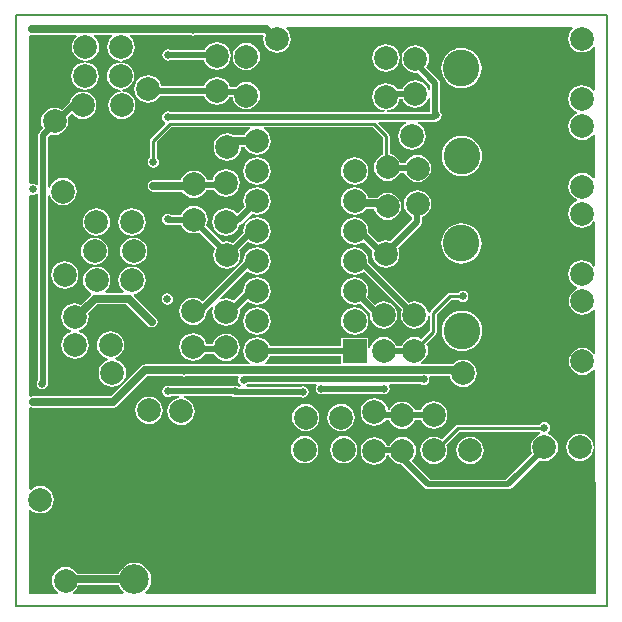
<source format=gtl>
%FSLAX25Y25*%
%MOIN*%
G70*
G01*
G75*
G04 Layer_Physical_Order=1*
G04 Layer_Color=255*
%ADD10C,0.01000*%
%ADD11C,0.02000*%
%ADD12C,0.02500*%
%ADD13C,0.00787*%
%ADD14C,0.07874*%
%ADD15R,0.07874X0.07874*%
%ADD16C,0.12205*%
%ADD17C,0.09843*%
%ADD18C,0.02500*%
G36*
X-88487Y80537D02*
X-113784D01*
X-113988Y81137D01*
X-113234Y81715D01*
X-112507Y82662D01*
X-112235Y83319D01*
X-88487D01*
Y80537D01*
D02*
G37*
G36*
X-11319Y192432D02*
X-11457Y192326D01*
X-12184Y191378D01*
X-12641Y190274D01*
X-12797Y189090D01*
X-12641Y187905D01*
X-12184Y186802D01*
X-11457Y185854D01*
X-10509Y185127D01*
X-9406Y184670D01*
X-8221Y184514D01*
X-7037Y184670D01*
X-5933Y185127D01*
X-4985Y185854D01*
X-4583Y186379D01*
X-3982Y186176D01*
X-3944Y171876D01*
X-4544Y171671D01*
X-4985Y172247D01*
X-5933Y172974D01*
X-7037Y173431D01*
X-8221Y173587D01*
X-9406Y173431D01*
X-10509Y172974D01*
X-11457Y172247D01*
X-12184Y171299D01*
X-12641Y170195D01*
X-12797Y169011D01*
X-12641Y167827D01*
X-12184Y166723D01*
X-11457Y165775D01*
X-10509Y165048D01*
X-9801Y164754D01*
Y164105D01*
X-10409Y163853D01*
X-11357Y163126D01*
X-12084Y162178D01*
X-12541Y161074D01*
X-12697Y159890D01*
X-12541Y158705D01*
X-12084Y157602D01*
X-11357Y156654D01*
X-10409Y155927D01*
X-9306Y155470D01*
X-8121Y155314D01*
X-6937Y155470D01*
X-5833Y155927D01*
X-4885Y156654D01*
X-4505Y157150D01*
X-3905Y156947D01*
X-3867Y142705D01*
X-4466Y142501D01*
X-4885Y143047D01*
X-5833Y143774D01*
X-6937Y144231D01*
X-8121Y144387D01*
X-9306Y144231D01*
X-10409Y143774D01*
X-11357Y143047D01*
X-12084Y142099D01*
X-12541Y140996D01*
X-12697Y139811D01*
X-12541Y138627D01*
X-12084Y137523D01*
X-11357Y136575D01*
X-10409Y135848D01*
X-9801Y135596D01*
Y134946D01*
X-10509Y134653D01*
X-11457Y133926D01*
X-12184Y132978D01*
X-12641Y131874D01*
X-12797Y130690D01*
X-12641Y129505D01*
X-12184Y128402D01*
X-11457Y127454D01*
X-10509Y126727D01*
X-9406Y126270D01*
X-8221Y126114D01*
X-7037Y126270D01*
X-5933Y126727D01*
X-4985Y127454D01*
X-4428Y128180D01*
X-3828Y127977D01*
X-3789Y113274D01*
X-4389Y113069D01*
X-4985Y113847D01*
X-5933Y114574D01*
X-7037Y115031D01*
X-8221Y115187D01*
X-9406Y115031D01*
X-10509Y114574D01*
X-11457Y113847D01*
X-12184Y112899D01*
X-12641Y111795D01*
X-12797Y110611D01*
X-12641Y109427D01*
X-12184Y108323D01*
X-11457Y107375D01*
X-10509Y106648D01*
X-9871Y106384D01*
Y105734D01*
X-10309Y105553D01*
X-11257Y104826D01*
X-11984Y103878D01*
X-12441Y102774D01*
X-12597Y101590D01*
X-12441Y100405D01*
X-11984Y99302D01*
X-11257Y98354D01*
X-10309Y97627D01*
X-9206Y97170D01*
X-8021Y97014D01*
X-6837Y97170D01*
X-5733Y97627D01*
X-4785Y98354D01*
X-4351Y98920D01*
X-3751Y98717D01*
X-3712Y84334D01*
X-4312Y84130D01*
X-4785Y84747D01*
X-5733Y85474D01*
X-6837Y85931D01*
X-8021Y86087D01*
X-9206Y85931D01*
X-10309Y85474D01*
X-11257Y84747D01*
X-11984Y83799D01*
X-12441Y82696D01*
X-12597Y81511D01*
X-12441Y80327D01*
X-11984Y79223D01*
X-11257Y78275D01*
X-10309Y77548D01*
X-9206Y77091D01*
X-8021Y76935D01*
X-6837Y77091D01*
X-5733Y77548D01*
X-4785Y78275D01*
X-4298Y78910D01*
X-3698Y78707D01*
X-3501Y4425D01*
X-3925Y4000D01*
X-153665D01*
X-153869Y4600D01*
X-153462Y4913D01*
X-152576Y6066D01*
X-152020Y7409D01*
X-151830Y8850D01*
X-152020Y10292D01*
X-152576Y11635D01*
X-153462Y12788D01*
X-154615Y13673D01*
X-155958Y14230D01*
X-157399Y14419D01*
X-158841Y14230D01*
X-160184Y13673D01*
X-161337Y12788D01*
X-162222Y11635D01*
X-162594Y10737D01*
X-176387D01*
X-176387Y10737D01*
X-177115Y11685D01*
X-178062Y12412D01*
X-179166Y12869D01*
X-180350Y13025D01*
X-181535Y12869D01*
X-182639Y12412D01*
X-183586Y11685D01*
X-184313Y10737D01*
X-184771Y9634D01*
X-184927Y8449D01*
X-184771Y7265D01*
X-184313Y6161D01*
X-183586Y5213D01*
X-182787Y4600D01*
X-182966Y4000D01*
X-192500D01*
Y31910D01*
X-191900Y32110D01*
X-191088Y31487D01*
X-189984Y31030D01*
X-188800Y30874D01*
X-187616Y31030D01*
X-186512Y31487D01*
X-185564Y32215D01*
X-184837Y33162D01*
X-184380Y34266D01*
X-184224Y35451D01*
X-184380Y36635D01*
X-184837Y37738D01*
X-185564Y38686D01*
X-186512Y39413D01*
X-187616Y39871D01*
X-188800Y40027D01*
X-189984Y39871D01*
X-191088Y39413D01*
X-191900Y38791D01*
X-192500Y38991D01*
Y65876D01*
X-191900Y66223D01*
X-191350Y66114D01*
X-164401D01*
X-163679Y66257D01*
X-163067Y66666D01*
X-152969Y76764D01*
X-141956D01*
X-141572Y76508D01*
X-140850Y76364D01*
X-140129Y76508D01*
X-139745Y76764D01*
X-122864D01*
X-122797Y76692D01*
X-122582Y76164D01*
X-122743Y75922D01*
X-122887Y75200D01*
X-122743Y74479D01*
X-122334Y73867D01*
X-121908Y73582D01*
X-122090Y72982D01*
X-122663D01*
X-123129Y73293D01*
X-123851Y73437D01*
X-124572Y73293D01*
X-124739Y73182D01*
X-145438D01*
X-145529Y73243D01*
X-146250Y73386D01*
X-146972Y73243D01*
X-147584Y72834D01*
X-147993Y72222D01*
X-148137Y71500D01*
X-147993Y70778D01*
X-147584Y70166D01*
X-146972Y69757D01*
X-146250Y69614D01*
X-145529Y69757D01*
X-145287Y69919D01*
X-142666D01*
X-142627Y69319D01*
X-142984Y69272D01*
X-144088Y68815D01*
X-145036Y68088D01*
X-145763Y67140D01*
X-146220Y66036D01*
X-146376Y64852D01*
X-146220Y63667D01*
X-145763Y62564D01*
X-145036Y61616D01*
X-144088Y60889D01*
X-142984Y60432D01*
X-141800Y60276D01*
X-140616Y60432D01*
X-139512Y60889D01*
X-138564Y61616D01*
X-137837Y62564D01*
X-137380Y63667D01*
X-137224Y64852D01*
X-137380Y66036D01*
X-137837Y67140D01*
X-138564Y68088D01*
X-139512Y68815D01*
X-140616Y69272D01*
X-140973Y69319D01*
X-140934Y69919D01*
X-124739D01*
X-124572Y69808D01*
X-123851Y69664D01*
X-123574Y69719D01*
X-101988D01*
X-101822Y69608D01*
X-101100Y69464D01*
X-100378Y69608D01*
X-99766Y70017D01*
X-99357Y70629D01*
X-99214Y71351D01*
X-99357Y72072D01*
X-99766Y72684D01*
X-100378Y73093D01*
X-101100Y73237D01*
X-101822Y73093D01*
X-101988Y72982D01*
X-119911D01*
X-120093Y73582D01*
X-119667Y73867D01*
X-119498Y74119D01*
X-96930D01*
X-96611Y73519D01*
X-96843Y73172D01*
X-96986Y72451D01*
X-96843Y71729D01*
X-96434Y71117D01*
X-95822Y70708D01*
X-95100Y70564D01*
X-94378Y70708D01*
X-94212Y70819D01*
X-74988D01*
X-74822Y70708D01*
X-74100Y70564D01*
X-73378Y70708D01*
X-72766Y71117D01*
X-72357Y71729D01*
X-72214Y72451D01*
X-72357Y73172D01*
X-72589Y73519D01*
X-72270Y74119D01*
X-62138D01*
X-61672Y73808D01*
X-60950Y73664D01*
X-60229Y73808D01*
X-59617Y74217D01*
X-59208Y74829D01*
X-59064Y75551D01*
X-59186Y76164D01*
X-58870Y76764D01*
X-52272D01*
X-52220Y76367D01*
X-51763Y75264D01*
X-51036Y74316D01*
X-50088Y73589D01*
X-48984Y73132D01*
X-47800Y72976D01*
X-46616Y73132D01*
X-45512Y73589D01*
X-44564Y74316D01*
X-43837Y75264D01*
X-43380Y76367D01*
X-43224Y77552D01*
X-43380Y78736D01*
X-43837Y79840D01*
X-44564Y80788D01*
X-45512Y81515D01*
X-46616Y81972D01*
X-47800Y82128D01*
X-48984Y81972D01*
X-50088Y81515D01*
X-51036Y80788D01*
X-51228Y80537D01*
X-61752D01*
X-61871Y81137D01*
X-61762Y81182D01*
X-60815Y81909D01*
X-60087Y82857D01*
X-59630Y83960D01*
X-59474Y85145D01*
X-59630Y86329D01*
X-60087Y87433D01*
X-60126Y87483D01*
X-57007Y90602D01*
X-57007Y90602D01*
X-56764Y90966D01*
X-56678Y91395D01*
Y97186D01*
X-51786Y102078D01*
X-49476D01*
X-49334Y101866D01*
X-48722Y101457D01*
X-48000Y101314D01*
X-47278Y101457D01*
X-46666Y101866D01*
X-46257Y102478D01*
X-46114Y103200D01*
X-46257Y103922D01*
X-46666Y104534D01*
X-47278Y104943D01*
X-48000Y105086D01*
X-48722Y104943D01*
X-49334Y104534D01*
X-49476Y104322D01*
X-52250D01*
X-52250Y104322D01*
X-52680Y104236D01*
X-53044Y103993D01*
X-53044Y103993D01*
X-58593Y98444D01*
X-58836Y98080D01*
X-58921Y97650D01*
X-58957Y97625D01*
X-59599Y97900D01*
X-59630Y98140D01*
X-60087Y99244D01*
X-60815Y100192D01*
X-61762Y100919D01*
X-62866Y101376D01*
X-64051Y101532D01*
X-65235Y101376D01*
X-65892Y101104D01*
X-79417Y114629D01*
X-79374Y114951D01*
X-79530Y116135D01*
X-79987Y117238D01*
X-80715Y118186D01*
X-81662Y118913D01*
X-82766Y119371D01*
X-83951Y119527D01*
X-85135Y119371D01*
X-86238Y118913D01*
X-87186Y118186D01*
X-87914Y117238D01*
X-88371Y116135D01*
X-88527Y114951D01*
X-88371Y113766D01*
X-87914Y112662D01*
X-87186Y111715D01*
X-86238Y110987D01*
X-85135Y110530D01*
X-83951Y110374D01*
X-82766Y110530D01*
X-81662Y110987D01*
X-80942Y111540D01*
X-68199Y98797D01*
X-68471Y98140D01*
X-68627Y96956D01*
X-68471Y95772D01*
X-68014Y94668D01*
X-67286Y93720D01*
X-66338Y92993D01*
X-65235Y92536D01*
X-64051Y92380D01*
X-62866Y92536D01*
X-61762Y92993D01*
X-60815Y93720D01*
X-60087Y94668D01*
X-59630Y95772D01*
X-59522Y96597D01*
X-58921Y96558D01*
Y91860D01*
X-61712Y89069D01*
X-61762Y89108D01*
X-62866Y89565D01*
X-64051Y89721D01*
X-65235Y89565D01*
X-66338Y89108D01*
X-67286Y88381D01*
X-68014Y87433D01*
X-68286Y86776D01*
X-70115D01*
X-70387Y87433D01*
X-71115Y88381D01*
X-72062Y89108D01*
X-73166Y89565D01*
X-74351Y89721D01*
X-75535Y89565D01*
X-76639Y89108D01*
X-77586Y88381D01*
X-78313Y87433D01*
X-78771Y86329D01*
X-78813Y86005D01*
X-79413Y86044D01*
Y89487D01*
X-88487D01*
Y86582D01*
X-112235D01*
X-112507Y87239D01*
X-113234Y88186D01*
X-114182Y88914D01*
X-115286Y89371D01*
X-116470Y89527D01*
X-117655Y89371D01*
X-118758Y88914D01*
X-119706Y88186D01*
X-120433Y87239D01*
X-120890Y86135D01*
X-121046Y84951D01*
X-120890Y83766D01*
X-120433Y82662D01*
X-119706Y81715D01*
X-118953Y81137D01*
X-119157Y80537D01*
X-153751D01*
X-154352Y80417D01*
X-154472Y80393D01*
X-155084Y79984D01*
X-165182Y69886D01*
X-191350D01*
X-191900Y69777D01*
X-192500Y70123D01*
Y136727D01*
X-191900Y137074D01*
X-191350Y136964D01*
X-190629Y137108D01*
X-190031Y137507D01*
X-189939Y137490D01*
X-189431Y137313D01*
Y75386D01*
X-189434Y75384D01*
X-189843Y74772D01*
X-189986Y74050D01*
X-189843Y73329D01*
X-189434Y72717D01*
X-188822Y72308D01*
X-188100Y72164D01*
X-187378Y72308D01*
X-186766Y72717D01*
X-186357Y73329D01*
X-186357Y73330D01*
X-186293Y73426D01*
X-186169Y74050D01*
Y136721D01*
X-185569Y136840D01*
X-185163Y135861D01*
X-184436Y134913D01*
X-183488Y134186D01*
X-182384Y133729D01*
X-181200Y133573D01*
X-180016Y133729D01*
X-178912Y134186D01*
X-177964Y134913D01*
X-177237Y135861D01*
X-176780Y136965D01*
X-176624Y138149D01*
X-176780Y139333D01*
X-177237Y140437D01*
X-177964Y141385D01*
X-178912Y142112D01*
X-180016Y142569D01*
X-181200Y142725D01*
X-182384Y142569D01*
X-183488Y142112D01*
X-184436Y141385D01*
X-185163Y140437D01*
X-185569Y139458D01*
X-186169Y139577D01*
Y156325D01*
X-185311Y157183D01*
X-185184Y157130D01*
X-184000Y156974D01*
X-182816Y157130D01*
X-181712Y157587D01*
X-180764Y158315D01*
X-180037Y159262D01*
X-179580Y160366D01*
X-179424Y161550D01*
X-179580Y162735D01*
X-179632Y162862D01*
X-178590Y163904D01*
X-177991Y163865D01*
X-177837Y163664D01*
X-176890Y162937D01*
X-175786Y162480D01*
X-174601Y162324D01*
X-173417Y162480D01*
X-172313Y162937D01*
X-171366Y163664D01*
X-170638Y164612D01*
X-170181Y165716D01*
X-170025Y166900D01*
X-170181Y168084D01*
X-170638Y169188D01*
X-171366Y170136D01*
X-172313Y170863D01*
X-173417Y171320D01*
X-174601Y171476D01*
X-175786Y171320D01*
X-176890Y170863D01*
X-177837Y170136D01*
X-178565Y169188D01*
X-179020Y168088D01*
X-181645Y165463D01*
X-181712Y165514D01*
X-182816Y165971D01*
X-184000Y166127D01*
X-185184Y165971D01*
X-186288Y165514D01*
X-187236Y164786D01*
X-187963Y163839D01*
X-188420Y162735D01*
X-188576Y161550D01*
X-188420Y160366D01*
X-187963Y159262D01*
X-187912Y159196D01*
X-188953Y158154D01*
X-189307Y157625D01*
X-189431Y157001D01*
Y140388D01*
X-189939Y140211D01*
X-190031Y140194D01*
X-190629Y140593D01*
X-191350Y140737D01*
X-191900Y140627D01*
X-192500Y140974D01*
Y190160D01*
X-191900Y190554D01*
X-191451Y190464D01*
X-176717D01*
X-176513Y189864D01*
X-176941Y189536D01*
X-177669Y188588D01*
X-178126Y187484D01*
X-178282Y186300D01*
X-178126Y185116D01*
X-177669Y184012D01*
X-176941Y183064D01*
X-175994Y182337D01*
X-174890Y181880D01*
X-174124Y181779D01*
X-174124D01*
X-173974Y181759D01*
Y181757D01*
Y181740D01*
Y181718D01*
Y181667D01*
X-174134Y181133D01*
D01*
Y181133D01*
X-174990Y181020D01*
X-176094Y180563D01*
X-177041Y179836D01*
X-177769Y178888D01*
X-178226Y177784D01*
X-178382Y176600D01*
X-178226Y175416D01*
X-177769Y174312D01*
X-177041Y173364D01*
X-176094Y172637D01*
X-174990Y172180D01*
X-173805Y172024D01*
X-172621Y172180D01*
X-171517Y172637D01*
X-170570Y173364D01*
X-169842Y174312D01*
X-169385Y175416D01*
X-169229Y176600D01*
X-169385Y177784D01*
X-169842Y178888D01*
X-170570Y179836D01*
X-171517Y180563D01*
X-172621Y181020D01*
X-173388Y181121D01*
X-173388D01*
X-173537Y181141D01*
Y181143D01*
Y181160D01*
Y181183D01*
Y181233D01*
X-173377Y181767D01*
D01*
Y181767D01*
X-172521Y181880D01*
X-171417Y182337D01*
X-170470Y183064D01*
X-169742Y184012D01*
X-169285Y185116D01*
X-169129Y186300D01*
X-169285Y187484D01*
X-169742Y188588D01*
X-170470Y189536D01*
X-170898Y189864D01*
X-170694Y190464D01*
X-164906D01*
X-164702Y189864D01*
X-165130Y189536D01*
X-165858Y188588D01*
X-166315Y187484D01*
X-166471Y186300D01*
X-166315Y185116D01*
X-165858Y184012D01*
X-165130Y183064D01*
X-164183Y182337D01*
X-163079Y181880D01*
X-162312Y181779D01*
X-162312D01*
X-162163Y181759D01*
Y181757D01*
Y181740D01*
Y181718D01*
Y181667D01*
X-162323Y181133D01*
D01*
Y181133D01*
X-163179Y181020D01*
X-164283Y180563D01*
X-165230Y179836D01*
X-165958Y178888D01*
X-166415Y177784D01*
X-166571Y176600D01*
X-166415Y175416D01*
X-165958Y174312D01*
X-165230Y173364D01*
X-164283Y172637D01*
X-163179Y172180D01*
X-162244Y172057D01*
Y172057D01*
X-161946Y171580D01*
X-161936Y171495D01*
X-161934Y171475D01*
X-161930Y171438D01*
X-161930Y171433D01*
X-162188Y171398D01*
X-162188D01*
X-162783Y171320D01*
X-163887Y170863D01*
X-164834Y170136D01*
X-165562Y169188D01*
X-166019Y168084D01*
X-166175Y166900D01*
X-166019Y165716D01*
X-165562Y164612D01*
X-164834Y163664D01*
X-163887Y162937D01*
X-162783Y162480D01*
X-161599Y162324D01*
X-160414Y162480D01*
X-159310Y162937D01*
X-158363Y163664D01*
X-157636Y164612D01*
X-157178Y165716D01*
X-157023Y166900D01*
X-157178Y168084D01*
X-157636Y169188D01*
X-158363Y170136D01*
X-159310Y170863D01*
X-160414Y171320D01*
X-161349Y171443D01*
Y171443D01*
X-161647Y171920D01*
X-161657Y172005D01*
X-161659Y172026D01*
X-161663Y172062D01*
X-161663Y172067D01*
X-161405Y172101D01*
X-161405D01*
X-160810Y172180D01*
X-159706Y172637D01*
X-158759Y173364D01*
X-158031Y174312D01*
X-157574Y175416D01*
X-157418Y176600D01*
X-157574Y177784D01*
X-158031Y178888D01*
X-158759Y179836D01*
X-159706Y180563D01*
X-160810Y181020D01*
X-161576Y181121D01*
X-161576D01*
X-161726Y181141D01*
Y181143D01*
Y181160D01*
Y181183D01*
Y181233D01*
X-161566Y181767D01*
D01*
Y181767D01*
X-160710Y181880D01*
X-159606Y182337D01*
X-158659Y183064D01*
X-157931Y184012D01*
X-157474Y185116D01*
X-157318Y186300D01*
X-157474Y187484D01*
X-157931Y188588D01*
X-158659Y189536D01*
X-159087Y189864D01*
X-158883Y190464D01*
X-138882D01*
X-138572Y190257D01*
X-137850Y190114D01*
X-137129Y190257D01*
X-136819Y190464D01*
X-114735D01*
X-114609Y190383D01*
X-114250Y189921D01*
X-114377Y188951D01*
X-114222Y187766D01*
X-113764Y186662D01*
X-113037Y185715D01*
X-112089Y184987D01*
X-110986Y184530D01*
X-109801Y184374D01*
X-108617Y184530D01*
X-107513Y184987D01*
X-106565Y185715D01*
X-105838Y186662D01*
X-105381Y187766D01*
X-105225Y188951D01*
X-105381Y190135D01*
X-105838Y191238D01*
X-106565Y192186D01*
X-106844Y192400D01*
X-106640Y193000D01*
X-11512D01*
X-11319Y192432D01*
D02*
G37*
G36*
X-162222Y6066D02*
X-161337Y4913D01*
X-160930Y4600D01*
X-161133Y4000D01*
X-177734D01*
X-177914Y4600D01*
X-177115Y5213D01*
X-176387Y6161D01*
X-176055Y6964D01*
X-162594D01*
X-162222Y6066D01*
D02*
G37*
%LPC*%
G36*
X-116470Y99527D02*
X-117655Y99371D01*
X-118758Y98914D01*
X-119706Y98186D01*
X-120433Y97238D01*
X-120890Y96135D01*
X-121046Y94950D01*
X-120890Y93766D01*
X-120433Y92662D01*
X-119706Y91715D01*
X-118758Y90987D01*
X-117655Y90530D01*
X-116470Y90374D01*
X-115286Y90530D01*
X-114182Y90987D01*
X-113234Y91715D01*
X-112507Y92662D01*
X-112050Y93766D01*
X-111894Y94950D01*
X-112050Y96135D01*
X-112507Y97238D01*
X-113234Y98186D01*
X-114182Y98914D01*
X-115286Y99371D01*
X-116470Y99527D01*
D02*
G37*
G36*
X-48179Y98482D02*
X-49493Y98353D01*
X-50756Y97969D01*
X-51920Y97347D01*
X-52941Y96509D01*
X-53778Y95489D01*
X-54401Y94325D01*
X-54784Y93061D01*
X-54914Y91747D01*
X-54784Y90433D01*
X-54401Y89170D01*
X-53778Y88006D01*
X-52941Y86985D01*
X-51920Y86147D01*
X-50756Y85525D01*
X-49493Y85142D01*
X-48179Y85013D01*
X-46865Y85142D01*
X-45601Y85525D01*
X-44437Y86147D01*
X-43417Y86985D01*
X-42579Y88006D01*
X-41957Y89170D01*
X-41573Y90433D01*
X-41444Y91747D01*
X-41573Y93061D01*
X-41957Y94325D01*
X-42579Y95489D01*
X-43417Y96509D01*
X-44437Y97347D01*
X-45601Y97969D01*
X-46865Y98353D01*
X-48179Y98482D01*
D02*
G37*
G36*
X-137800Y90971D02*
X-138984Y90815D01*
X-140088Y90358D01*
X-141036Y89630D01*
X-141763Y88683D01*
X-142220Y87579D01*
X-142376Y86395D01*
X-142220Y85210D01*
X-141763Y84106D01*
X-141036Y83159D01*
X-140088Y82431D01*
X-138984Y81974D01*
X-137800Y81818D01*
X-136616Y81974D01*
X-135512Y82431D01*
X-134564Y83159D01*
X-133985Y83914D01*
X-130766D01*
X-130763Y83906D01*
X-130036Y82959D01*
X-129088Y82231D01*
X-127984Y81774D01*
X-126800Y81618D01*
X-125616Y81774D01*
X-124512Y82231D01*
X-123564Y82959D01*
X-122837Y83906D01*
X-122380Y85010D01*
X-122224Y86194D01*
X-122380Y87379D01*
X-122837Y88483D01*
X-123564Y89430D01*
X-124512Y90158D01*
X-125616Y90615D01*
X-126800Y90771D01*
X-127984Y90615D01*
X-129088Y90158D01*
X-130036Y89430D01*
X-130763Y88483D01*
X-131220Y87379D01*
X-131247Y87176D01*
X-133327D01*
X-133380Y87579D01*
X-133837Y88683D01*
X-134564Y89630D01*
X-135512Y90358D01*
X-136616Y90815D01*
X-137800Y90971D01*
D02*
G37*
G36*
X-83951Y99527D02*
X-85135Y99371D01*
X-86238Y98914D01*
X-87186Y98186D01*
X-87914Y97238D01*
X-88371Y96135D01*
X-88527Y94950D01*
X-88371Y93766D01*
X-87914Y92662D01*
X-87186Y91715D01*
X-86238Y90987D01*
X-85135Y90530D01*
X-83951Y90374D01*
X-82766Y90530D01*
X-81662Y90987D01*
X-80715Y91715D01*
X-79987Y92662D01*
X-79530Y93766D01*
X-79374Y94950D01*
X-79530Y96135D01*
X-79987Y97238D01*
X-80715Y98186D01*
X-81662Y98914D01*
X-82766Y99371D01*
X-83951Y99527D01*
D02*
G37*
G36*
X-158145Y113127D02*
X-159329Y112971D01*
X-160433Y112513D01*
X-161381Y111786D01*
X-162108Y110838D01*
X-162565Y109735D01*
X-162721Y108551D01*
X-162565Y107366D01*
X-162108Y106262D01*
X-161381Y105315D01*
X-160888Y104937D01*
X-161092Y104337D01*
X-167009D01*
X-167213Y104937D01*
X-166720Y105315D01*
X-165993Y106262D01*
X-165536Y107366D01*
X-165380Y108551D01*
X-165536Y109735D01*
X-165993Y110838D01*
X-166720Y111786D01*
X-167668Y112513D01*
X-168772Y112971D01*
X-169956Y113127D01*
X-171140Y112971D01*
X-172244Y112513D01*
X-173192Y111786D01*
X-173919Y110838D01*
X-174376Y109735D01*
X-174532Y108551D01*
X-174376Y107366D01*
X-173919Y106262D01*
X-173192Y105315D01*
X-172244Y104587D01*
X-172008Y104490D01*
X-171942Y103813D01*
X-171984Y103784D01*
X-175312Y100456D01*
X-176072Y100771D01*
X-177256Y100927D01*
X-178440Y100771D01*
X-179544Y100313D01*
X-180492Y99586D01*
X-181219Y98638D01*
X-181676Y97535D01*
X-181832Y96351D01*
X-181676Y95166D01*
X-181219Y94062D01*
X-180492Y93115D01*
X-179544Y92387D01*
X-178463Y91940D01*
X-178413Y91766D01*
X-178448Y91326D01*
X-179444Y90913D01*
X-180392Y90186D01*
X-181119Y89239D01*
X-181576Y88135D01*
X-181732Y86950D01*
X-181576Y85766D01*
X-181119Y84662D01*
X-180392Y83715D01*
X-179444Y82987D01*
X-178340Y82530D01*
X-177156Y82374D01*
X-175972Y82530D01*
X-174868Y82987D01*
X-173920Y83715D01*
X-173193Y84662D01*
X-172736Y85766D01*
X-172580Y86950D01*
X-172736Y88135D01*
X-173193Y89239D01*
X-173920Y90186D01*
X-174868Y90913D01*
X-175949Y91361D01*
X-175999Y91535D01*
X-175964Y91975D01*
X-174968Y92387D01*
X-174020Y93115D01*
X-173293Y94062D01*
X-172836Y95166D01*
X-172680Y96351D01*
X-172836Y97535D01*
X-172854Y97579D01*
X-169869Y100564D01*
X-160032D01*
X-152884Y93417D01*
X-152475Y93143D01*
X-152272Y93008D01*
X-151550Y92864D01*
X-150829Y93008D01*
X-150217Y93417D01*
X-149808Y94029D01*
X-149664Y94750D01*
X-149808Y95472D01*
X-149943Y95675D01*
X-150217Y96084D01*
X-157576Y103444D01*
X-157361Y104077D01*
X-156960Y104130D01*
X-155857Y104587D01*
X-154909Y105315D01*
X-154182Y106262D01*
X-153725Y107366D01*
X-153569Y108551D01*
X-153725Y109735D01*
X-154182Y110838D01*
X-154909Y111786D01*
X-155857Y112513D01*
X-156960Y112971D01*
X-158145Y113127D01*
D02*
G37*
G36*
X-180600Y114927D02*
X-181784Y114771D01*
X-182888Y114313D01*
X-183836Y113586D01*
X-184563Y112638D01*
X-185020Y111535D01*
X-185176Y110351D01*
X-185020Y109166D01*
X-184563Y108062D01*
X-183836Y107115D01*
X-182888Y106387D01*
X-181784Y105930D01*
X-180600Y105774D01*
X-179416Y105930D01*
X-178312Y106387D01*
X-177364Y107115D01*
X-176637Y108062D01*
X-176180Y109166D01*
X-176024Y110351D01*
X-176180Y111535D01*
X-176637Y112638D01*
X-177364Y113586D01*
X-178312Y114313D01*
X-179416Y114771D01*
X-180600Y114927D01*
D02*
G37*
G36*
X-83951Y109527D02*
X-85135Y109371D01*
X-86238Y108914D01*
X-87186Y108186D01*
X-87914Y107238D01*
X-88371Y106135D01*
X-88527Y104950D01*
X-88371Y103766D01*
X-87914Y102662D01*
X-87186Y101715D01*
X-86238Y100987D01*
X-85135Y100530D01*
X-83951Y100374D01*
X-82766Y100530D01*
X-82109Y100802D01*
X-78849Y97542D01*
X-78927Y96956D01*
X-78771Y95772D01*
X-78313Y94668D01*
X-77586Y93720D01*
X-76639Y92993D01*
X-75535Y92536D01*
X-74351Y92380D01*
X-73166Y92536D01*
X-72062Y92993D01*
X-71115Y93720D01*
X-70387Y94668D01*
X-69930Y95772D01*
X-69774Y96956D01*
X-69930Y98140D01*
X-70387Y99244D01*
X-71115Y100192D01*
X-72062Y100919D01*
X-73166Y101376D01*
X-74351Y101532D01*
X-75535Y101376D01*
X-76639Y100919D01*
X-77189Y100496D01*
X-79802Y103109D01*
X-79530Y103766D01*
X-79374Y104950D01*
X-79530Y106135D01*
X-79987Y107238D01*
X-80715Y108186D01*
X-81662Y108914D01*
X-82766Y109371D01*
X-83951Y109527D01*
D02*
G37*
G36*
X-146400Y104186D02*
X-147122Y104043D01*
X-147734Y103634D01*
X-148143Y103022D01*
X-148286Y102300D01*
X-148143Y101578D01*
X-147734Y100966D01*
X-147122Y100557D01*
X-146400Y100414D01*
X-145678Y100557D01*
X-145066Y100966D01*
X-144657Y101578D01*
X-144514Y102300D01*
X-144657Y103022D01*
X-145066Y103634D01*
X-145678Y104043D01*
X-146400Y104186D01*
D02*
G37*
G36*
X-165345Y91527D02*
X-166529Y91371D01*
X-167633Y90913D01*
X-168581Y90186D01*
X-169308Y89239D01*
X-169765Y88135D01*
X-169921Y86950D01*
X-169765Y85766D01*
X-169308Y84662D01*
X-168581Y83715D01*
X-167633Y82987D01*
X-166529Y82530D01*
X-166425Y82516D01*
X-166344Y81901D01*
X-167037Y81613D01*
X-167985Y80886D01*
X-168712Y79939D01*
X-169169Y78835D01*
X-169325Y77650D01*
X-169169Y76466D01*
X-168712Y75362D01*
X-167985Y74415D01*
X-167037Y73687D01*
X-165934Y73230D01*
X-164749Y73074D01*
X-163565Y73230D01*
X-162461Y73687D01*
X-161513Y74415D01*
X-160786Y75362D01*
X-160329Y76466D01*
X-160173Y77650D01*
X-160329Y78835D01*
X-160786Y79939D01*
X-161513Y80886D01*
X-162461Y81613D01*
X-163565Y82071D01*
X-163669Y82084D01*
X-163750Y82700D01*
X-163057Y82987D01*
X-162109Y83715D01*
X-161382Y84662D01*
X-160925Y85766D01*
X-160769Y86950D01*
X-160925Y88135D01*
X-161382Y89239D01*
X-162109Y90186D01*
X-163057Y90913D01*
X-164161Y91371D01*
X-165345Y91527D01*
D02*
G37*
G36*
X-87599Y56676D02*
X-88783Y56520D01*
X-89887Y56063D01*
X-90834Y55336D01*
X-91562Y54388D01*
X-92019Y53284D01*
X-92175Y52100D01*
X-92019Y50916D01*
X-91562Y49812D01*
X-90834Y48864D01*
X-89887Y48137D01*
X-88783Y47680D01*
X-87599Y47524D01*
X-86414Y47680D01*
X-85311Y48137D01*
X-84363Y48864D01*
X-83636Y49812D01*
X-83178Y50916D01*
X-83022Y52100D01*
X-83178Y53284D01*
X-83636Y54388D01*
X-84363Y55336D01*
X-85311Y56063D01*
X-86414Y56520D01*
X-87599Y56676D01*
D02*
G37*
G36*
X-8895Y57476D02*
X-10079Y57320D01*
X-11183Y56863D01*
X-12130Y56136D01*
X-12858Y55188D01*
X-13315Y54084D01*
X-13471Y52900D01*
X-13315Y51716D01*
X-12858Y50612D01*
X-12130Y49664D01*
X-11183Y48937D01*
X-10079Y48480D01*
X-8895Y48324D01*
X-7710Y48480D01*
X-6606Y48937D01*
X-5659Y49664D01*
X-4931Y50612D01*
X-4474Y51716D01*
X-4318Y52900D01*
X-4474Y54084D01*
X-4931Y55188D01*
X-5659Y56136D01*
X-6606Y56863D01*
X-7710Y57320D01*
X-8895Y57476D01*
D02*
G37*
G36*
X-45501Y56427D02*
X-46686Y56271D01*
X-47789Y55813D01*
X-48737Y55086D01*
X-49464Y54138D01*
X-49922Y53035D01*
X-50077Y51850D01*
X-49922Y50666D01*
X-49464Y49562D01*
X-48737Y48615D01*
X-47789Y47887D01*
X-46686Y47430D01*
X-45501Y47274D01*
X-44317Y47430D01*
X-43213Y47887D01*
X-42265Y48615D01*
X-41538Y49562D01*
X-41081Y50666D01*
X-40925Y51850D01*
X-41081Y53035D01*
X-41538Y54138D01*
X-42265Y55086D01*
X-43213Y55813D01*
X-44317Y56271D01*
X-45501Y56427D01*
D02*
G37*
G36*
X-100601Y56676D02*
X-101786Y56520D01*
X-102890Y56063D01*
X-103837Y55336D01*
X-104564Y54388D01*
X-105022Y53284D01*
X-105177Y52100D01*
X-105022Y50916D01*
X-104564Y49812D01*
X-103837Y48864D01*
X-102890Y48137D01*
X-101786Y47680D01*
X-100601Y47524D01*
X-99417Y47680D01*
X-98313Y48137D01*
X-97365Y48864D01*
X-96638Y49812D01*
X-96181Y50916D01*
X-96025Y52100D01*
X-96181Y53284D01*
X-96638Y54388D01*
X-97365Y55336D01*
X-98313Y56063D01*
X-99417Y56520D01*
X-100601Y56676D01*
D02*
G37*
G36*
X-100305Y67376D02*
X-101490Y67220D01*
X-102594Y66763D01*
X-103541Y66036D01*
X-104269Y65088D01*
X-104726Y63984D01*
X-104882Y62800D01*
X-104726Y61616D01*
X-104269Y60512D01*
X-103541Y59564D01*
X-102594Y58837D01*
X-101490Y58380D01*
X-100305Y58224D01*
X-99121Y58380D01*
X-98017Y58837D01*
X-97070Y59564D01*
X-96342Y60512D01*
X-95885Y61616D01*
X-95729Y62800D01*
X-95885Y63984D01*
X-96342Y65088D01*
X-97070Y66036D01*
X-98017Y66763D01*
X-99121Y67220D01*
X-100305Y67376D01*
D02*
G37*
G36*
X-20700Y61337D02*
X-21422Y61193D01*
X-22034Y60784D01*
X-22309Y60372D01*
X-49600D01*
X-49600Y60372D01*
X-50029Y60287D01*
X-50393Y60044D01*
X-50393Y60044D01*
X-54925Y55511D01*
X-55312Y55808D01*
X-56415Y56265D01*
X-57600Y56421D01*
X-58784Y56265D01*
X-59888Y55808D01*
X-60836Y55081D01*
X-61563Y54133D01*
X-62020Y53029D01*
X-62176Y51845D01*
X-62020Y50661D01*
X-61563Y49557D01*
X-60836Y48609D01*
X-59888Y47882D01*
X-58784Y47425D01*
X-57600Y47269D01*
X-56415Y47425D01*
X-55312Y47882D01*
X-54364Y48609D01*
X-53637Y49557D01*
X-53180Y50661D01*
X-53024Y51845D01*
X-53180Y53029D01*
X-53489Y53776D01*
X-49135Y58129D01*
X-22311D01*
X-22067Y57866D01*
X-22221Y57183D01*
X-22994Y56863D01*
X-23941Y56136D01*
X-24669Y55188D01*
X-25126Y54084D01*
X-25282Y52900D01*
X-25126Y51716D01*
X-24766Y50847D01*
X-33482Y42131D01*
X-58830D01*
X-64885Y48187D01*
X-64864Y48509D01*
X-64137Y49457D01*
X-63680Y50560D01*
X-63524Y51745D01*
X-63680Y52929D01*
X-64137Y54033D01*
X-64864Y54981D01*
X-65812Y55708D01*
X-66916Y56165D01*
X-68100Y56321D01*
X-69284Y56165D01*
X-70388Y55708D01*
X-71336Y54981D01*
X-72063Y54033D01*
X-72294Y53476D01*
X-73225D01*
X-73437Y53987D01*
X-74164Y54935D01*
X-75112Y55662D01*
X-76216Y56119D01*
X-77400Y56275D01*
X-78584Y56119D01*
X-79688Y55662D01*
X-80636Y54935D01*
X-81363Y53987D01*
X-81820Y52883D01*
X-81976Y51699D01*
X-81820Y50514D01*
X-81363Y49411D01*
X-80636Y48463D01*
X-79688Y47736D01*
X-78584Y47278D01*
X-77400Y47122D01*
X-76216Y47278D01*
X-75112Y47736D01*
X-74164Y48463D01*
X-73437Y49411D01*
X-73104Y50214D01*
X-72377D01*
X-72063Y49457D01*
X-71336Y48509D01*
X-70388Y47782D01*
X-69284Y47325D01*
X-68539Y47227D01*
X-60659Y39346D01*
X-60130Y38993D01*
X-59505Y38869D01*
X-32807D01*
X-32182Y38993D01*
X-31653Y39346D01*
X-22335Y48664D01*
X-21890Y48480D01*
X-20706Y48324D01*
X-19521Y48480D01*
X-18417Y48937D01*
X-17470Y49664D01*
X-16742Y50612D01*
X-16285Y51716D01*
X-16129Y52900D01*
X-16285Y54084D01*
X-16742Y55188D01*
X-17470Y56136D01*
X-18417Y56863D01*
X-19495Y57309D01*
X-19537Y57413D01*
X-19631Y57940D01*
X-19366Y58117D01*
X-18957Y58729D01*
X-18814Y59451D01*
X-18957Y60172D01*
X-19366Y60784D01*
X-19978Y61193D01*
X-20700Y61337D01*
D02*
G37*
G36*
X-152500Y69778D02*
X-153684Y69622D01*
X-154788Y69164D01*
X-155736Y68437D01*
X-156463Y67489D01*
X-156920Y66386D01*
X-157076Y65201D01*
X-156920Y64017D01*
X-156463Y62913D01*
X-155736Y61966D01*
X-154788Y61238D01*
X-153684Y60781D01*
X-152500Y60625D01*
X-151316Y60781D01*
X-150212Y61238D01*
X-149264Y61966D01*
X-148537Y62913D01*
X-148080Y64017D01*
X-147924Y65201D01*
X-148080Y66386D01*
X-148537Y67489D01*
X-149264Y68437D01*
X-150212Y69164D01*
X-151316Y69622D01*
X-152500Y69778D01*
D02*
G37*
G36*
X-88494Y67376D02*
X-89679Y67220D01*
X-90783Y66763D01*
X-91730Y66036D01*
X-92458Y65088D01*
X-92915Y63984D01*
X-93071Y62800D01*
X-92915Y61616D01*
X-92458Y60512D01*
X-91730Y59564D01*
X-90783Y58837D01*
X-89679Y58380D01*
X-88494Y58224D01*
X-87310Y58380D01*
X-86206Y58837D01*
X-85259Y59564D01*
X-84531Y60512D01*
X-84074Y61616D01*
X-83918Y62800D01*
X-84074Y63984D01*
X-84531Y65088D01*
X-85259Y66036D01*
X-86206Y66763D01*
X-87310Y67220D01*
X-88494Y67376D01*
D02*
G37*
G36*
X-77400Y69278D02*
X-78584Y69122D01*
X-79688Y68664D01*
X-80636Y67937D01*
X-81363Y66989D01*
X-81820Y65886D01*
X-81976Y64701D01*
X-81820Y63517D01*
X-81363Y62413D01*
X-80636Y61466D01*
X-79688Y60738D01*
X-78584Y60281D01*
X-77400Y60125D01*
X-76216Y60281D01*
X-75112Y60738D01*
X-74164Y61466D01*
X-73658Y62125D01*
X-72418D01*
X-72063Y61268D01*
X-71336Y60320D01*
X-70388Y59593D01*
X-69284Y59136D01*
X-68100Y58980D01*
X-66916Y59136D01*
X-65812Y59593D01*
X-64864Y60320D01*
X-64137Y61268D01*
X-63782Y62125D01*
X-61876D01*
X-61563Y61368D01*
X-60836Y60420D01*
X-59888Y59693D01*
X-58784Y59236D01*
X-57600Y59080D01*
X-56415Y59236D01*
X-55312Y59693D01*
X-54364Y60420D01*
X-53637Y61368D01*
X-53180Y62472D01*
X-53024Y63656D01*
X-53180Y64840D01*
X-53637Y65944D01*
X-54364Y66892D01*
X-55312Y67619D01*
X-56415Y68076D01*
X-57600Y68232D01*
X-58784Y68076D01*
X-59888Y67619D01*
X-60836Y66892D01*
X-61563Y65944D01*
X-61794Y65387D01*
X-63948D01*
X-64137Y65844D01*
X-64864Y66792D01*
X-65812Y67519D01*
X-66916Y67976D01*
X-68100Y68132D01*
X-69284Y67976D01*
X-70388Y67519D01*
X-71336Y66792D01*
X-72063Y65844D01*
X-72252Y65387D01*
X-72914D01*
X-72980Y65886D01*
X-73437Y66989D01*
X-74164Y67937D01*
X-75112Y68664D01*
X-76216Y69122D01*
X-77400Y69278D01*
D02*
G37*
G36*
X-116470Y119527D02*
X-117655Y119371D01*
X-118758Y118913D01*
X-119706Y118186D01*
X-120433Y117238D01*
X-120890Y116135D01*
X-121029Y115085D01*
X-134625Y101488D01*
X-135512Y102169D01*
X-136616Y102626D01*
X-137800Y102782D01*
X-138984Y102626D01*
X-140088Y102169D01*
X-141036Y101441D01*
X-141763Y100494D01*
X-142220Y99390D01*
X-142376Y98206D01*
X-142220Y97021D01*
X-141763Y95917D01*
X-141036Y94970D01*
X-140088Y94242D01*
X-138984Y93785D01*
X-137800Y93629D01*
X-136616Y93785D01*
X-135512Y94242D01*
X-134564Y94970D01*
X-133837Y95917D01*
X-133380Y97021D01*
X-133224Y98206D01*
X-133232Y98267D01*
X-131559Y99941D01*
X-131050Y99601D01*
X-131220Y99190D01*
X-131376Y98005D01*
X-131220Y96821D01*
X-130763Y95717D01*
X-130036Y94770D01*
X-129088Y94042D01*
X-127984Y93585D01*
X-126800Y93429D01*
X-125616Y93585D01*
X-124512Y94042D01*
X-123564Y94770D01*
X-122837Y95717D01*
X-122380Y96821D01*
X-122224Y98005D01*
X-122348Y98951D01*
X-119637Y101662D01*
X-118758Y100987D01*
X-117655Y100530D01*
X-116470Y100374D01*
X-115286Y100530D01*
X-114182Y100987D01*
X-113234Y101715D01*
X-112507Y102662D01*
X-112050Y103766D01*
X-111894Y104950D01*
X-112050Y106135D01*
X-112507Y107238D01*
X-113234Y108186D01*
X-114182Y108914D01*
X-115286Y109371D01*
X-116470Y109527D01*
X-117655Y109371D01*
X-118758Y108914D01*
X-119706Y108186D01*
X-120433Y107238D01*
X-120890Y106135D01*
X-121046Y104950D01*
X-121037Y104877D01*
X-124191Y101722D01*
X-124512Y101969D01*
X-125616Y102426D01*
X-126800Y102582D01*
X-127984Y102426D01*
X-128395Y102256D01*
X-128735Y102764D01*
X-119780Y111720D01*
X-119706Y111715D01*
X-118758Y110987D01*
X-117655Y110530D01*
X-116470Y110374D01*
X-115286Y110530D01*
X-114182Y110987D01*
X-113234Y111715D01*
X-112507Y112662D01*
X-112050Y113766D01*
X-111894Y114951D01*
X-112050Y116135D01*
X-112507Y117238D01*
X-113234Y118186D01*
X-114182Y118913D01*
X-115286Y119371D01*
X-116470Y119527D01*
D02*
G37*
G36*
X-48279Y156782D02*
X-49593Y156653D01*
X-50856Y156269D01*
X-52020Y155647D01*
X-53041Y154809D01*
X-53878Y153789D01*
X-54501Y152625D01*
X-54884Y151361D01*
X-55014Y150047D01*
X-54884Y148733D01*
X-54501Y147470D01*
X-53878Y146306D01*
X-53041Y145285D01*
X-52020Y144448D01*
X-50856Y143825D01*
X-49593Y143442D01*
X-48279Y143313D01*
X-46965Y143442D01*
X-45701Y143825D01*
X-44537Y144448D01*
X-43516Y145285D01*
X-42679Y146306D01*
X-42057Y147470D01*
X-41673Y148733D01*
X-41544Y150047D01*
X-41673Y151361D01*
X-42057Y152625D01*
X-42679Y153789D01*
X-43516Y154809D01*
X-44537Y155647D01*
X-45701Y156269D01*
X-46965Y156653D01*
X-48279Y156782D01*
D02*
G37*
G36*
X-152800Y176876D02*
X-153984Y176720D01*
X-155088Y176263D01*
X-156036Y175536D01*
X-156763Y174588D01*
X-157220Y173484D01*
X-157376Y172300D01*
X-157220Y171116D01*
X-156763Y170012D01*
X-156036Y169064D01*
X-155088Y168337D01*
X-153984Y167880D01*
X-152800Y167724D01*
X-151616Y167880D01*
X-150512Y168337D01*
X-149564Y169064D01*
X-148874Y169963D01*
X-134086D01*
X-133814Y169306D01*
X-133086Y168359D01*
X-132139Y167631D01*
X-131035Y167174D01*
X-129850Y167018D01*
X-128666Y167174D01*
X-127562Y167631D01*
X-126615Y168359D01*
X-125887Y169306D01*
X-125719Y169714D01*
X-124619D01*
X-124520Y168965D01*
X-124063Y167861D01*
X-123336Y166913D01*
X-122388Y166186D01*
X-121284Y165729D01*
X-120100Y165573D01*
X-118916Y165729D01*
X-117812Y166186D01*
X-116864Y166913D01*
X-116137Y167861D01*
X-115680Y168965D01*
X-115524Y170149D01*
X-115680Y171334D01*
X-116137Y172437D01*
X-116864Y173385D01*
X-117812Y174112D01*
X-118916Y174569D01*
X-120100Y174725D01*
X-121284Y174569D01*
X-122388Y174112D01*
X-123336Y173385D01*
X-123649Y172976D01*
X-125512D01*
X-125887Y173882D01*
X-126615Y174830D01*
X-127562Y175557D01*
X-128666Y176015D01*
X-129850Y176171D01*
X-131035Y176015D01*
X-132139Y175557D01*
X-133086Y174830D01*
X-133814Y173882D01*
X-134086Y173226D01*
X-148346D01*
X-148380Y173484D01*
X-148837Y174588D01*
X-149564Y175536D01*
X-150512Y176263D01*
X-151616Y176720D01*
X-152800Y176876D01*
D02*
G37*
G36*
X-83951Y149527D02*
X-85135Y149371D01*
X-86238Y148914D01*
X-87186Y148186D01*
X-87914Y147239D01*
X-88371Y146135D01*
X-88527Y144950D01*
X-88371Y143766D01*
X-87914Y142662D01*
X-87186Y141715D01*
X-86238Y140987D01*
X-85135Y140530D01*
X-83951Y140374D01*
X-82766Y140530D01*
X-81662Y140987D01*
X-80715Y141715D01*
X-79987Y142662D01*
X-79530Y143766D01*
X-79374Y144950D01*
X-79530Y146135D01*
X-79987Y147239D01*
X-80715Y148186D01*
X-81662Y148914D01*
X-82766Y149371D01*
X-83951Y149527D01*
D02*
G37*
G36*
X-126850Y145628D02*
X-128035Y145472D01*
X-129139Y145015D01*
X-130086Y144288D01*
X-130814Y143340D01*
X-131271Y142236D01*
X-131290Y142087D01*
X-133274D01*
X-133587Y142844D01*
X-134315Y143792D01*
X-135262Y144519D01*
X-136366Y144976D01*
X-137550Y145132D01*
X-138735Y144976D01*
X-139839Y144519D01*
X-140786Y143792D01*
X-141514Y142844D01*
X-141910Y141886D01*
X-151050D01*
X-151772Y141743D01*
X-152384Y141334D01*
X-152793Y140722D01*
X-152937Y140000D01*
X-152793Y139278D01*
X-152384Y138666D01*
X-151772Y138257D01*
X-151050Y138114D01*
X-141395D01*
X-140786Y137320D01*
X-139839Y136593D01*
X-138735Y136136D01*
X-137550Y135980D01*
X-136366Y136136D01*
X-135262Y136593D01*
X-134315Y137320D01*
X-133587Y138268D01*
X-133357Y138825D01*
X-130839D01*
X-130814Y138764D01*
X-130086Y137816D01*
X-129139Y137089D01*
X-128035Y136632D01*
X-126850Y136476D01*
X-125666Y136632D01*
X-124562Y137089D01*
X-123615Y137816D01*
X-122887Y138764D01*
X-122430Y139867D01*
X-122274Y141052D01*
X-122430Y142236D01*
X-122887Y143340D01*
X-123615Y144288D01*
X-124562Y145015D01*
X-125666Y145472D01*
X-126850Y145628D01*
D02*
G37*
G36*
X-63750Y186982D02*
X-64935Y186826D01*
X-66039Y186369D01*
X-66986Y185641D01*
X-67713Y184694D01*
X-68171Y183590D01*
X-68327Y182405D01*
X-68171Y181221D01*
X-67713Y180117D01*
X-66986Y179170D01*
X-66039Y178442D01*
X-64935Y177985D01*
X-63750Y177829D01*
X-63026Y177925D01*
X-58718Y173616D01*
Y171725D01*
X-59318Y171686D01*
X-59330Y171779D01*
X-59787Y172882D01*
X-60515Y173830D01*
X-61462Y174557D01*
X-62566Y175015D01*
X-63750Y175171D01*
X-64935Y175015D01*
X-66039Y174557D01*
X-66986Y173830D01*
X-67713Y172882D01*
X-67986Y172226D01*
X-69771D01*
X-70315Y172934D01*
X-71262Y173662D01*
X-72366Y174119D01*
X-73550Y174275D01*
X-74735Y174119D01*
X-75839Y173662D01*
X-76786Y172934D01*
X-77513Y171987D01*
X-77971Y170883D01*
X-78127Y169699D01*
X-77971Y168514D01*
X-77513Y167411D01*
X-76786Y166463D01*
X-75839Y165735D01*
X-74735Y165278D01*
X-74001Y165182D01*
X-74041Y164582D01*
X-145388D01*
X-145629Y164743D01*
X-146351Y164886D01*
X-147072Y164743D01*
X-147684Y164334D01*
X-148093Y163722D01*
X-148237Y163000D01*
X-148093Y162278D01*
X-147684Y161666D01*
X-147255Y161380D01*
X-147090Y160696D01*
X-151844Y155943D01*
X-152087Y155579D01*
X-152172Y155149D01*
X-152172Y155149D01*
Y149476D01*
X-152384Y149334D01*
X-152793Y148722D01*
X-152937Y148000D01*
X-152793Y147278D01*
X-152384Y146666D01*
X-151772Y146257D01*
X-151050Y146114D01*
X-150329Y146257D01*
X-149717Y146666D01*
X-149308Y147278D01*
X-149164Y148000D01*
X-149308Y148722D01*
X-149717Y149334D01*
X-149929Y149476D01*
Y154685D01*
X-145086Y159528D01*
X-137900D01*
X-137900Y159528D01*
X-137898Y159529D01*
X-118840D01*
X-118721Y158929D01*
X-118758Y158914D01*
X-119706Y158186D01*
X-120433Y157238D01*
X-120600Y156837D01*
X-123880D01*
X-124110Y157013D01*
X-125214Y157471D01*
X-126399Y157627D01*
X-127583Y157471D01*
X-128687Y157013D01*
X-129634Y156286D01*
X-130362Y155339D01*
X-130819Y154235D01*
X-130975Y153050D01*
X-130819Y151866D01*
X-130362Y150762D01*
X-129634Y149815D01*
X-128687Y149087D01*
X-127583Y148630D01*
X-126399Y148474D01*
X-125214Y148630D01*
X-124110Y149087D01*
X-123163Y149815D01*
X-122435Y150762D01*
X-121978Y151866D01*
X-121822Y153050D01*
X-121810Y153064D01*
X-120600D01*
X-120433Y152662D01*
X-119706Y151715D01*
X-118758Y150987D01*
X-117655Y150530D01*
X-116470Y150374D01*
X-115286Y150530D01*
X-114182Y150987D01*
X-113234Y151715D01*
X-112507Y152662D01*
X-112050Y153766D01*
X-111894Y154950D01*
X-112050Y156135D01*
X-112507Y157238D01*
X-113234Y158186D01*
X-114182Y158914D01*
X-114219Y158929D01*
X-114100Y159529D01*
X-77965D01*
X-74572Y156135D01*
Y150461D01*
X-75288Y150164D01*
X-76236Y149437D01*
X-76963Y148489D01*
X-77420Y147386D01*
X-77576Y146201D01*
X-77420Y145017D01*
X-76963Y143913D01*
X-76236Y142966D01*
X-75288Y142238D01*
X-74184Y141781D01*
X-73000Y141625D01*
X-71816Y141781D01*
X-70712Y142238D01*
X-69764Y142966D01*
X-69037Y143913D01*
X-68807Y144469D01*
X-67357D01*
X-66963Y143517D01*
X-66236Y142570D01*
X-65288Y141842D01*
X-64184Y141385D01*
X-63000Y141229D01*
X-61816Y141385D01*
X-60712Y141842D01*
X-59764Y142570D01*
X-59037Y143517D01*
X-58580Y144621D01*
X-58424Y145806D01*
X-58580Y146990D01*
X-59037Y148094D01*
X-59764Y149041D01*
X-60712Y149769D01*
X-61816Y150226D01*
X-63000Y150382D01*
X-64184Y150226D01*
X-65288Y149769D01*
X-66236Y149041D01*
X-66963Y148094D01*
X-67113Y147731D01*
X-68723D01*
X-69037Y148489D01*
X-69764Y149437D01*
X-70712Y150164D01*
X-71816Y150622D01*
X-72329Y150689D01*
Y156600D01*
X-72414Y157029D01*
X-72657Y157393D01*
X-72657Y157393D01*
X-76029Y160765D01*
X-75800Y161319D01*
X-66931D01*
X-66811Y160719D01*
X-67188Y160563D01*
X-68136Y159836D01*
X-68863Y158888D01*
X-69320Y157784D01*
X-69476Y156600D01*
X-69320Y155416D01*
X-68863Y154312D01*
X-68136Y153364D01*
X-67188Y152637D01*
X-66084Y152180D01*
X-64900Y152024D01*
X-63716Y152180D01*
X-62612Y152637D01*
X-61664Y153364D01*
X-60937Y154312D01*
X-60480Y155416D01*
X-60324Y156600D01*
X-60480Y157784D01*
X-60937Y158888D01*
X-61664Y159836D01*
X-62612Y160563D01*
X-62989Y160719D01*
X-62869Y161319D01*
X-57400D01*
X-56776Y161443D01*
X-56381Y161707D01*
X-56129Y161757D01*
X-55517Y162166D01*
X-55108Y162778D01*
X-54964Y163500D01*
X-55108Y164222D01*
X-55455Y164742D01*
Y174292D01*
X-55579Y174916D01*
X-55933Y175446D01*
X-60142Y179655D01*
X-59787Y180117D01*
X-59330Y181221D01*
X-59174Y182405D01*
X-59330Y183590D01*
X-59787Y184694D01*
X-60515Y185641D01*
X-61462Y186369D01*
X-62566Y186826D01*
X-63750Y186982D01*
D02*
G37*
G36*
X-120100Y187728D02*
X-121284Y187572D01*
X-122388Y187115D01*
X-123336Y186388D01*
X-124063Y185440D01*
X-124520Y184336D01*
X-124676Y183152D01*
X-124520Y181967D01*
X-124063Y180864D01*
X-123336Y179916D01*
X-122388Y179189D01*
X-121284Y178732D01*
X-120100Y178576D01*
X-118916Y178732D01*
X-117812Y179189D01*
X-116864Y179916D01*
X-116137Y180864D01*
X-115680Y181967D01*
X-115524Y183152D01*
X-115680Y184336D01*
X-116137Y185440D01*
X-116864Y186388D01*
X-117812Y187115D01*
X-118916Y187572D01*
X-120100Y187728D01*
D02*
G37*
G36*
X-129850Y187982D02*
X-131035Y187826D01*
X-132139Y187369D01*
X-133086Y186641D01*
X-133814Y185694D01*
X-133984Y185282D01*
X-145362D01*
X-145529Y185393D01*
X-146250Y185537D01*
X-146972Y185393D01*
X-147584Y184984D01*
X-147993Y184372D01*
X-148137Y183651D01*
X-147993Y182929D01*
X-147584Y182317D01*
X-146972Y181908D01*
X-146250Y181764D01*
X-145529Y181908D01*
X-145362Y182019D01*
X-134187D01*
X-133814Y181117D01*
X-133086Y180170D01*
X-132139Y179442D01*
X-131035Y178985D01*
X-129850Y178829D01*
X-128666Y178985D01*
X-127562Y179442D01*
X-126615Y180170D01*
X-125887Y181117D01*
X-125430Y182221D01*
X-125274Y183405D01*
X-125430Y184590D01*
X-125887Y185694D01*
X-126615Y186641D01*
X-127562Y187369D01*
X-128666Y187826D01*
X-129850Y187982D01*
D02*
G37*
G36*
X-48379Y185982D02*
X-49693Y185853D01*
X-50956Y185469D01*
X-52120Y184847D01*
X-53141Y184010D01*
X-53979Y182989D01*
X-54601Y181825D01*
X-54984Y180561D01*
X-55114Y179247D01*
X-54984Y177933D01*
X-54601Y176670D01*
X-53979Y175506D01*
X-53141Y174485D01*
X-52120Y173647D01*
X-50956Y173025D01*
X-49693Y172642D01*
X-48379Y172512D01*
X-47065Y172642D01*
X-45801Y173025D01*
X-44637Y173647D01*
X-43617Y174485D01*
X-42779Y175506D01*
X-42157Y176670D01*
X-41773Y177933D01*
X-41644Y179247D01*
X-41773Y180561D01*
X-42157Y181825D01*
X-42779Y182989D01*
X-43617Y184010D01*
X-44637Y184847D01*
X-45801Y185469D01*
X-47065Y185853D01*
X-48379Y185982D01*
D02*
G37*
G36*
X-73550Y187277D02*
X-74735Y187122D01*
X-75839Y186664D01*
X-76786Y185937D01*
X-77513Y184989D01*
X-77971Y183886D01*
X-78127Y182701D01*
X-77971Y181517D01*
X-77513Y180413D01*
X-76786Y179465D01*
X-75839Y178738D01*
X-74735Y178281D01*
X-73550Y178125D01*
X-72366Y178281D01*
X-71262Y178738D01*
X-70315Y179465D01*
X-69587Y180413D01*
X-69130Y181517D01*
X-68974Y182701D01*
X-69130Y183886D01*
X-69587Y184989D01*
X-70315Y185937D01*
X-71262Y186664D01*
X-72366Y187122D01*
X-73550Y187277D01*
D02*
G37*
G36*
X-116470Y149527D02*
X-117655Y149371D01*
X-118758Y148914D01*
X-119706Y148186D01*
X-120433Y147239D01*
X-120890Y146135D01*
X-121046Y144950D01*
X-120890Y143766D01*
X-120433Y142662D01*
X-119706Y141715D01*
X-118758Y140987D01*
X-117655Y140530D01*
X-116470Y140374D01*
X-115286Y140530D01*
X-114182Y140987D01*
X-113234Y141715D01*
X-112507Y142662D01*
X-112050Y143766D01*
X-111894Y144950D01*
X-112050Y146135D01*
X-112507Y147239D01*
X-113234Y148186D01*
X-114182Y148914D01*
X-115286Y149371D01*
X-116470Y149527D01*
D02*
G37*
G36*
X-63000Y138571D02*
X-64184Y138415D01*
X-65288Y137958D01*
X-66236Y137230D01*
X-66963Y136283D01*
X-67420Y135179D01*
X-67576Y133994D01*
X-67420Y132810D01*
X-66963Y131706D01*
X-66236Y130759D01*
X-65288Y130031D01*
X-64782Y129822D01*
Y128832D01*
X-72011Y121602D01*
X-72417Y121771D01*
X-73601Y121927D01*
X-74786Y121771D01*
X-75889Y121314D01*
X-76072Y121174D01*
X-79430Y124531D01*
X-79374Y124951D01*
X-79530Y126135D01*
X-79987Y127239D01*
X-80715Y128186D01*
X-81662Y128913D01*
X-82766Y129371D01*
X-83951Y129527D01*
X-85135Y129371D01*
X-86238Y128913D01*
X-87186Y128186D01*
X-87914Y127239D01*
X-88371Y126135D01*
X-88527Y124951D01*
X-88371Y123766D01*
X-87914Y122662D01*
X-87186Y121715D01*
X-86238Y120987D01*
X-85135Y120530D01*
X-83951Y120374D01*
X-82766Y120530D01*
X-81662Y120987D01*
X-81005Y121492D01*
X-78025Y118512D01*
X-78177Y117350D01*
X-78022Y116166D01*
X-77564Y115062D01*
X-76837Y114115D01*
X-75889Y113387D01*
X-74786Y112930D01*
X-73601Y112774D01*
X-72417Y112930D01*
X-71313Y113387D01*
X-70366Y114115D01*
X-69638Y115062D01*
X-69181Y116166D01*
X-69025Y117350D01*
X-69181Y118535D01*
X-69557Y119442D01*
X-61997Y127002D01*
X-61643Y127532D01*
X-61519Y128156D01*
Y129697D01*
X-60712Y130031D01*
X-59764Y130759D01*
X-59037Y131706D01*
X-58580Y132810D01*
X-58424Y133994D01*
X-58580Y135179D01*
X-59037Y136283D01*
X-59764Y137230D01*
X-60712Y137958D01*
X-61816Y138415D01*
X-63000Y138571D01*
D02*
G37*
G36*
X-170056Y132527D02*
X-171240Y132371D01*
X-172344Y131913D01*
X-173292Y131186D01*
X-174019Y130238D01*
X-174476Y129135D01*
X-174632Y127951D01*
X-174476Y126766D01*
X-174019Y125662D01*
X-173292Y124715D01*
X-172344Y123987D01*
X-171240Y123530D01*
X-170056Y123374D01*
X-168872Y123530D01*
X-167768Y123987D01*
X-166820Y124715D01*
X-166093Y125662D01*
X-165636Y126766D01*
X-165480Y127951D01*
X-165636Y129135D01*
X-166093Y130238D01*
X-166820Y131186D01*
X-167768Y131913D01*
X-168872Y132371D01*
X-170056Y132527D01*
D02*
G37*
G36*
X-157649Y122827D02*
X-158834Y122671D01*
X-159937Y122213D01*
X-160885Y121486D01*
X-161612Y120538D01*
X-162069Y119435D01*
X-162225Y118251D01*
X-162069Y117066D01*
X-161612Y115962D01*
X-160885Y115015D01*
X-159937Y114287D01*
X-158834Y113830D01*
X-157649Y113674D01*
X-156465Y113830D01*
X-155361Y114287D01*
X-154413Y115015D01*
X-153686Y115962D01*
X-153229Y117066D01*
X-153073Y118251D01*
X-153229Y119435D01*
X-153686Y120538D01*
X-154413Y121486D01*
X-155361Y122213D01*
X-156465Y122671D01*
X-157649Y122827D01*
D02*
G37*
G36*
X-48379Y127582D02*
X-49693Y127453D01*
X-50956Y127069D01*
X-52120Y126447D01*
X-53141Y125610D01*
X-53979Y124589D01*
X-54601Y123425D01*
X-54984Y122161D01*
X-55114Y120847D01*
X-54984Y119533D01*
X-54601Y118270D01*
X-53979Y117106D01*
X-53141Y116085D01*
X-52120Y115247D01*
X-50956Y114625D01*
X-49693Y114242D01*
X-48379Y114112D01*
X-47065Y114242D01*
X-45801Y114625D01*
X-44637Y115247D01*
X-43617Y116085D01*
X-42779Y117106D01*
X-42157Y118270D01*
X-41773Y119533D01*
X-41644Y120847D01*
X-41773Y122161D01*
X-42157Y123425D01*
X-42779Y124589D01*
X-43617Y125610D01*
X-44637Y126447D01*
X-45801Y127069D01*
X-47065Y127453D01*
X-48379Y127582D01*
D02*
G37*
G36*
X-170652Y122827D02*
X-171836Y122671D01*
X-172940Y122213D01*
X-173888Y121486D01*
X-174615Y120538D01*
X-175072Y119435D01*
X-175228Y118251D01*
X-175072Y117066D01*
X-174615Y115962D01*
X-173888Y115015D01*
X-172940Y114287D01*
X-171836Y113830D01*
X-170652Y113674D01*
X-169467Y113830D01*
X-168364Y114287D01*
X-167416Y115015D01*
X-166689Y115962D01*
X-166232Y117066D01*
X-166076Y118251D01*
X-166232Y119435D01*
X-166689Y120538D01*
X-167416Y121486D01*
X-168364Y122213D01*
X-169467Y122671D01*
X-170652Y122827D01*
D02*
G37*
G36*
X-137550Y133321D02*
X-138735Y133165D01*
X-139839Y132708D01*
X-140786Y131981D01*
X-141514Y131033D01*
X-141786Y130376D01*
X-145304D01*
X-145629Y130593D01*
X-146351Y130737D01*
X-147072Y130593D01*
X-147684Y130184D01*
X-148093Y129572D01*
X-148237Y128850D01*
X-148093Y128129D01*
X-147684Y127517D01*
X-147072Y127108D01*
X-146351Y126964D01*
X-145629Y127108D01*
X-145620Y127114D01*
X-141786D01*
X-141514Y126457D01*
X-140786Y125509D01*
X-139839Y124782D01*
X-138735Y124325D01*
X-137550Y124169D01*
X-136366Y124325D01*
X-135843Y124541D01*
X-130552Y119251D01*
X-130562Y119238D01*
X-131019Y118135D01*
X-131175Y116951D01*
X-131019Y115766D01*
X-130562Y114662D01*
X-129834Y113715D01*
X-128887Y112987D01*
X-127783Y112530D01*
X-126599Y112374D01*
X-125414Y112530D01*
X-124311Y112987D01*
X-123363Y113715D01*
X-122635Y114662D01*
X-122178Y115766D01*
X-122022Y116951D01*
X-122178Y118135D01*
X-122376Y118612D01*
X-119461Y121527D01*
X-118758Y120987D01*
X-117655Y120530D01*
X-116470Y120374D01*
X-115286Y120530D01*
X-114182Y120987D01*
X-113234Y121715D01*
X-112507Y122662D01*
X-112050Y123766D01*
X-111894Y124951D01*
X-112050Y126135D01*
X-112507Y127239D01*
X-113234Y128186D01*
X-114182Y128913D01*
X-115286Y129371D01*
X-116470Y129527D01*
X-117655Y129371D01*
X-118758Y128913D01*
X-119706Y128186D01*
X-120433Y127239D01*
X-120890Y126135D01*
X-121046Y124951D01*
X-121000Y124602D01*
X-124578Y121024D01*
X-125414Y121371D01*
X-126599Y121527D01*
X-127783Y121371D01*
X-127978Y121290D01*
X-133458Y126770D01*
X-133130Y127560D01*
X-132974Y128745D01*
X-133130Y129929D01*
X-133587Y131033D01*
X-134315Y131981D01*
X-135262Y132708D01*
X-136366Y133165D01*
X-137550Y133321D01*
D02*
G37*
G36*
X-116470Y139527D02*
X-117655Y139371D01*
X-118758Y138914D01*
X-119706Y138186D01*
X-120433Y137239D01*
X-120890Y136135D01*
X-121046Y134950D01*
X-120890Y133766D01*
X-120618Y133109D01*
X-122784Y130944D01*
X-123383Y130983D01*
X-123615Y131285D01*
X-124562Y132012D01*
X-125666Y132469D01*
X-126850Y132625D01*
X-128035Y132469D01*
X-129139Y132012D01*
X-130086Y131285D01*
X-130814Y130337D01*
X-131271Y129234D01*
X-131427Y128049D01*
X-131271Y126865D01*
X-130814Y125761D01*
X-130086Y124813D01*
X-129139Y124086D01*
X-128035Y123629D01*
X-126850Y123473D01*
X-125666Y123629D01*
X-124562Y124086D01*
X-123615Y124813D01*
X-122887Y125761D01*
X-122430Y126865D01*
X-122401Y127088D01*
X-122151Y127138D01*
X-121622Y127491D01*
X-118311Y130802D01*
X-117655Y130530D01*
X-116470Y130374D01*
X-115286Y130530D01*
X-114182Y130987D01*
X-113234Y131715D01*
X-112507Y132662D01*
X-112050Y133766D01*
X-111894Y134950D01*
X-112050Y136135D01*
X-112507Y137239D01*
X-113234Y138186D01*
X-114182Y138914D01*
X-115286Y139371D01*
X-116470Y139527D01*
D02*
G37*
G36*
X-158245Y132527D02*
X-159429Y132371D01*
X-160533Y131913D01*
X-161481Y131186D01*
X-162208Y130238D01*
X-162665Y129135D01*
X-162821Y127951D01*
X-162665Y126766D01*
X-162208Y125662D01*
X-161481Y124715D01*
X-160533Y123987D01*
X-159429Y123530D01*
X-158245Y123374D01*
X-157061Y123530D01*
X-155957Y123987D01*
X-155009Y124715D01*
X-154282Y125662D01*
X-153825Y126766D01*
X-153669Y127951D01*
X-153825Y129135D01*
X-154282Y130238D01*
X-155009Y131186D01*
X-155957Y131913D01*
X-157061Y132371D01*
X-158245Y132527D01*
D02*
G37*
G36*
X-83951Y139527D02*
X-85135Y139371D01*
X-86238Y138914D01*
X-87186Y138186D01*
X-87914Y137239D01*
X-88371Y136135D01*
X-88527Y134950D01*
X-88371Y133766D01*
X-87914Y132662D01*
X-87186Y131715D01*
X-86238Y130987D01*
X-85135Y130530D01*
X-83951Y130374D01*
X-82766Y130530D01*
X-81662Y130987D01*
X-80715Y131715D01*
X-80255Y132314D01*
X-77460D01*
X-77420Y132014D01*
X-76963Y130911D01*
X-76236Y129963D01*
X-75288Y129236D01*
X-74184Y128778D01*
X-73000Y128622D01*
X-71816Y128778D01*
X-70712Y129236D01*
X-69764Y129963D01*
X-69037Y130911D01*
X-68580Y132014D01*
X-68424Y133199D01*
X-68580Y134383D01*
X-69037Y135487D01*
X-69764Y136434D01*
X-70712Y137162D01*
X-71816Y137619D01*
X-73000Y137775D01*
X-74184Y137619D01*
X-75288Y137162D01*
X-76236Y136434D01*
X-76503Y136086D01*
X-79524D01*
X-79530Y136135D01*
X-79987Y137239D01*
X-80715Y138186D01*
X-81662Y138914D01*
X-82766Y139371D01*
X-83951Y139527D01*
D02*
G37*
%LPD*%
G36*
X-58718Y169464D02*
Y164582D01*
X-73060D01*
X-73099Y165182D01*
X-72366Y165278D01*
X-71262Y165735D01*
X-70315Y166463D01*
X-69587Y167411D01*
X-69130Y168514D01*
X-69071Y168963D01*
X-67986D01*
X-67713Y168306D01*
X-66986Y167359D01*
X-66039Y166631D01*
X-64935Y166174D01*
X-63750Y166018D01*
X-62566Y166174D01*
X-61462Y166631D01*
X-60515Y167359D01*
X-59787Y168306D01*
X-59330Y169410D01*
X-59318Y169503D01*
X-58718Y169464D01*
D02*
G37*
D10*
X-118656Y104950D02*
X-116470D01*
X-60550Y51945D02*
X-56906D01*
X-75956Y96956D02*
X-74351D01*
X-83951Y114951D02*
X-82045D01*
X-138107Y140000D02*
X-137550Y140556D01*
X-137451Y140456D01*
X-146351Y163000D02*
X-146301Y162951D01*
X-117950Y171345D02*
X-117850Y171245D01*
X-176350Y166650D02*
X-173756D01*
X-176050Y176451D02*
X-173756D01*
X-118345Y124951D02*
X-116470D01*
X-137550Y128556D02*
Y128745D01*
X-83951Y124951D02*
X-82156D01*
X-128945Y183651D02*
X-128451Y183156D01*
X-64051Y85145D02*
X-57800Y91395D01*
Y97650D01*
X-137900Y160651D02*
X-77501D01*
X-73450Y156600D01*
X-56906Y51945D02*
X-49600Y59250D01*
X-20900D02*
X-20700Y59451D01*
X-49600Y59250D02*
X-20900D01*
X-137900Y160650D02*
X-137900Y160651D01*
X-145550Y160650D02*
X-137900D01*
X-151050Y155149D02*
X-145550Y160650D01*
X-151050Y148000D02*
Y155149D01*
X-73450Y146100D02*
Y156600D01*
X-118856Y114951D02*
X-116470D01*
X-57800Y97650D02*
X-52250Y103200D01*
X-48000D01*
D11*
X-126251Y97356D02*
X-118656Y104950D01*
X-122776Y128645D02*
X-116470Y134950D01*
X-126850Y128645D02*
X-122776D01*
X-146351Y71551D02*
X-123851D01*
X-57087Y163736D02*
Y174292D01*
X-64650Y181856D02*
X-57087Y174292D01*
X-80050Y63756D02*
X-60550D01*
X-70850Y51845D02*
X-59505Y40500D01*
X-80151Y51845D02*
X-70850D01*
X-83951Y104950D02*
X-75956Y96956D01*
X-82045Y114951D02*
X-64051Y96956D01*
X-136451Y85545D02*
X-126251D01*
X-116470Y84951D02*
X-83951D01*
X-137451Y140456D02*
X-126850D01*
X-146301Y162951D02*
X-57400D01*
X-74351Y85145D02*
X-64051D01*
X-126145Y117150D02*
X-118345Y124951D01*
X-137550Y128556D02*
X-126145Y117150D01*
X-146245Y128745D02*
X-137550D01*
X-82156Y124951D02*
X-74256Y117051D01*
X-63151Y128156D01*
Y136445D01*
X-146250Y183651D02*
X-129850D01*
X-153200Y171594D02*
X-129850D01*
X-128451Y171345D02*
X-117950D01*
X-187800Y74050D02*
Y157001D01*
X-177501Y167300D01*
X-123651Y71351D02*
X-101100D01*
X-123851Y71551D02*
X-123651Y71351D01*
X-73251Y170594D02*
X-63750D01*
X-73450Y146100D02*
X-65306D01*
X-63151Y148256D01*
X-59505Y40500D02*
X-32807D01*
X-20156Y53150D01*
X-61150Y75750D02*
X-60950Y75551D01*
X-120950Y75750D02*
X-61150D01*
X-177501Y167300D02*
X-173000D01*
X-136451Y97356D02*
X-118856Y114951D01*
X-95100Y72451D02*
X-74100D01*
D12*
X-191350Y68000D02*
X-164401D01*
X-191451Y192350D02*
X-113607D01*
X-110256Y189000D01*
X-151050Y140000D02*
X-138107D01*
X-180156Y8850D02*
X-157399D01*
X-180945Y138850D02*
X-180751Y139045D01*
X-178256Y96351D02*
X-176451D01*
X-176850Y96250D02*
X-170650Y102451D01*
X-159250D01*
X-151550Y94750D01*
X-83951Y134950D02*
X-83200Y134200D01*
X-75795D01*
X-48445Y78650D02*
X-48345Y78550D01*
X-164401Y68000D02*
X-153751Y78650D01*
X-48445D01*
X-126399Y153050D02*
X-124499Y154950D01*
X-116470D01*
D13*
X-196850Y0D02*
Y196850D01*
Y0D02*
X0D01*
Y196850D01*
X-196850D02*
X0D01*
D14*
X-47800Y64549D02*
D03*
Y77552D02*
D03*
X-180600Y110351D02*
D03*
X-188800Y35451D02*
D03*
X-184000Y161550D02*
D03*
X-77400Y64701D02*
D03*
Y51699D02*
D03*
X-152500Y65201D02*
D03*
Y52199D02*
D03*
X-164749Y77650D02*
D03*
X-177752D02*
D03*
X-170652Y118251D02*
D03*
X-157649D02*
D03*
X-73000Y133199D02*
D03*
Y146201D02*
D03*
X-181200Y138149D02*
D03*
Y151152D02*
D03*
X-161599Y166900D02*
D03*
X-174601D02*
D03*
X-139401Y153050D02*
D03*
X-126399D02*
D03*
X-126850Y141052D02*
D03*
Y128049D02*
D03*
X-139601Y116951D02*
D03*
X-126599D02*
D03*
X-60599Y117350D02*
D03*
X-73601D02*
D03*
X-180350Y8449D02*
D03*
Y21452D02*
D03*
X-45501Y51850D02*
D03*
X-32499D02*
D03*
X-141800Y51849D02*
D03*
Y64852D02*
D03*
X-87599Y52100D02*
D03*
X-100601D02*
D03*
X-120100Y170149D02*
D03*
Y183152D02*
D03*
X-96799Y188951D02*
D03*
X-109801D02*
D03*
X-100305Y62800D02*
D03*
X-88494D02*
D03*
X-68100Y51745D02*
D03*
Y63556D02*
D03*
X-57600Y63656D02*
D03*
Y51845D02*
D03*
X-158245Y127951D02*
D03*
X-170056D02*
D03*
X-158145Y108551D02*
D03*
X-169956D02*
D03*
X-63000Y145806D02*
D03*
Y133994D02*
D03*
X-64051Y85145D02*
D03*
Y96956D02*
D03*
X-173705Y186300D02*
D03*
X-161895D02*
D03*
X-161995Y176600D02*
D03*
X-173805D02*
D03*
X-177256Y96351D02*
D03*
X-165445D02*
D03*
X-137550Y128745D02*
D03*
Y140556D02*
D03*
X-74351Y85145D02*
D03*
Y96956D02*
D03*
X-165345Y86950D02*
D03*
X-177156D02*
D03*
X-137800Y98206D02*
D03*
Y86395D02*
D03*
X-126800Y98005D02*
D03*
Y86194D02*
D03*
X-8895Y52900D02*
D03*
X-20706D02*
D03*
X-129850Y183405D02*
D03*
Y171594D02*
D03*
X-83951Y94950D02*
D03*
Y104950D02*
D03*
Y114951D02*
D03*
Y124951D02*
D03*
Y134950D02*
D03*
Y144950D02*
D03*
Y154950D02*
D03*
X-116470Y84951D02*
D03*
Y94950D02*
D03*
Y104950D02*
D03*
Y114951D02*
D03*
Y124951D02*
D03*
Y134950D02*
D03*
Y144950D02*
D03*
Y154950D02*
D03*
X-8021Y81511D02*
D03*
Y101590D02*
D03*
X-8221Y110611D02*
D03*
Y130690D02*
D03*
Y169011D02*
D03*
Y189090D02*
D03*
X-8121Y139811D02*
D03*
Y159890D02*
D03*
X-64900Y156600D02*
D03*
X-152800Y172300D02*
D03*
X-73550Y169699D02*
D03*
Y182701D02*
D03*
X-63750Y170594D02*
D03*
Y182405D02*
D03*
D15*
X-83951Y84951D02*
D03*
D16*
X-48179Y91747D02*
D03*
X-48379Y120847D02*
D03*
Y179247D02*
D03*
X-48279Y150047D02*
D03*
D17*
X-157399Y8850D02*
D03*
X-8502D02*
D03*
D18*
X-74100Y72451D02*
D03*
X-95100D02*
D03*
X-146250Y71500D02*
D03*
X-123851Y71551D02*
D03*
X-191350Y68000D02*
D03*
X-151050Y140000D02*
D03*
Y148000D02*
D03*
X-146351Y163000D02*
D03*
X-56850Y163500D02*
D03*
X-137850Y192000D02*
D03*
X-191451Y192350D02*
D03*
X-191350Y138850D02*
D03*
X-140850Y78250D02*
D03*
X-151550Y94750D02*
D03*
X-146351Y128850D02*
D03*
X-146250Y183651D02*
D03*
X-188100Y74050D02*
D03*
X-20700Y59451D02*
D03*
X-101100Y71351D02*
D03*
X-60950Y75551D02*
D03*
X-121001Y75200D02*
D03*
X-146400Y102300D02*
D03*
X-48000Y103200D02*
D03*
M02*

</source>
